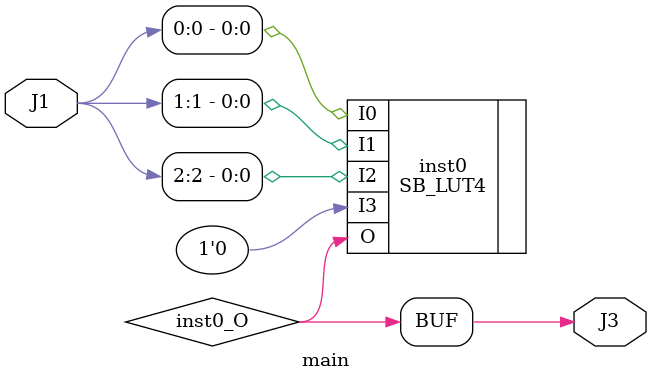
<source format=v>
module main (input [2:0] J1, output  J3);
wire  inst0_O;
SB_LUT4 #(.LUT_INIT(16'h00AA)) inst0 (.I0(J1[0]), .I1(J1[1]), .I2(J1[2]), .I3(1'b0), .O(inst0_O));
assign J3 = inst0_O;
endmodule


</source>
